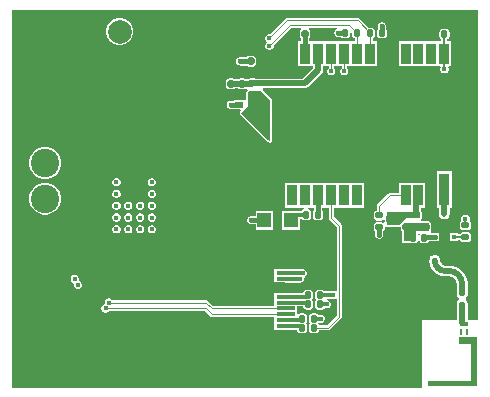
<source format=gtl>
G04*
G04 #@! TF.GenerationSoftware,Altium Limited,Altium Designer,23.3.1 (30)*
G04*
G04 Layer_Physical_Order=1*
G04 Layer_Color=255*
%FSAX44Y44*%
%MOMM*%
G71*
G04*
G04 #@! TF.SameCoordinates,EEB403B8-57DA-4B53-8A1C-A64ED6DC22F4*
G04*
G04*
G04 #@! TF.FilePolarity,Positive*
G04*
G01*
G75*
%ADD11C,0.2000*%
%ADD16R,0.8000X0.3500*%
%ADD17R,0.2600X0.5000*%
%ADD18R,0.8500X1.8000*%
%ADD19R,1.1500X1.3000*%
G04:AMPARAMS|DCode=20|XSize=0.6mm|YSize=0.55mm|CornerRadius=0.1375mm|HoleSize=0mm|Usage=FLASHONLY|Rotation=180.000|XOffset=0mm|YOffset=0mm|HoleType=Round|Shape=RoundedRectangle|*
%AMROUNDEDRECTD20*
21,1,0.6000,0.2750,0,0,180.0*
21,1,0.3250,0.5500,0,0,180.0*
1,1,0.2750,-0.1625,0.1375*
1,1,0.2750,0.1625,0.1375*
1,1,0.2750,0.1625,-0.1375*
1,1,0.2750,-0.1625,-0.1375*
%
%ADD20ROUNDEDRECTD20*%
G04:AMPARAMS|DCode=21|XSize=0.95mm|YSize=0.95mm|CornerRadius=0.2375mm|HoleSize=0mm|Usage=FLASHONLY|Rotation=0.000|XOffset=0mm|YOffset=0mm|HoleType=Round|Shape=RoundedRectangle|*
%AMROUNDEDRECTD21*
21,1,0.9500,0.4750,0,0,0.0*
21,1,0.4750,0.9500,0,0,0.0*
1,1,0.4750,0.2375,-0.2375*
1,1,0.4750,-0.2375,-0.2375*
1,1,0.4750,-0.2375,0.2375*
1,1,0.4750,0.2375,0.2375*
%
%ADD21ROUNDEDRECTD21*%
G04:AMPARAMS|DCode=22|XSize=0.6mm|YSize=0.6mm|CornerRadius=0.15mm|HoleSize=0mm|Usage=FLASHONLY|Rotation=90.000|XOffset=0mm|YOffset=0mm|HoleType=Round|Shape=RoundedRectangle|*
%AMROUNDEDRECTD22*
21,1,0.6000,0.3000,0,0,90.0*
21,1,0.3000,0.6000,0,0,90.0*
1,1,0.3000,0.1500,0.1500*
1,1,0.3000,0.1500,-0.1500*
1,1,0.3000,-0.1500,-0.1500*
1,1,0.3000,-0.1500,0.1500*
%
%ADD22ROUNDEDRECTD22*%
G04:AMPARAMS|DCode=23|XSize=0.6mm|YSize=0.55mm|CornerRadius=0.1375mm|HoleSize=0mm|Usage=FLASHONLY|Rotation=270.000|XOffset=0mm|YOffset=0mm|HoleType=Round|Shape=RoundedRectangle|*
%AMROUNDEDRECTD23*
21,1,0.6000,0.2750,0,0,270.0*
21,1,0.3250,0.5500,0,0,270.0*
1,1,0.2750,-0.1375,-0.1625*
1,1,0.2750,-0.1375,0.1625*
1,1,0.2750,0.1375,0.1625*
1,1,0.2750,0.1375,-0.1625*
%
%ADD23ROUNDEDRECTD23*%
%ADD24R,1.0500X2.2000*%
%ADD25R,0.8500X1.0500*%
G04:AMPARAMS|DCode=26|XSize=0.6mm|YSize=0.6mm|CornerRadius=0.15mm|HoleSize=0mm|Usage=FLASHONLY|Rotation=180.000|XOffset=0mm|YOffset=0mm|HoleType=Round|Shape=RoundedRectangle|*
%AMROUNDEDRECTD26*
21,1,0.6000,0.3000,0,0,180.0*
21,1,0.3000,0.6000,0,0,180.0*
1,1,0.3000,-0.1500,0.1500*
1,1,0.3000,0.1500,0.1500*
1,1,0.3000,0.1500,-0.1500*
1,1,0.3000,-0.1500,-0.1500*
%
%ADD26ROUNDEDRECTD26*%
G04:AMPARAMS|DCode=27|XSize=0.5mm|YSize=0.6mm|CornerRadius=0.125mm|HoleSize=0mm|Usage=FLASHONLY|Rotation=180.000|XOffset=0mm|YOffset=0mm|HoleType=Round|Shape=RoundedRectangle|*
%AMROUNDEDRECTD27*
21,1,0.5000,0.3500,0,0,180.0*
21,1,0.2500,0.6000,0,0,180.0*
1,1,0.2500,-0.1250,0.1750*
1,1,0.2500,0.1250,0.1750*
1,1,0.2500,0.1250,-0.1750*
1,1,0.2500,-0.1250,-0.1750*
%
%ADD27ROUNDEDRECTD27*%
%ADD28R,0.3600X0.3400*%
%ADD29R,4.1000X1.7000*%
G04:AMPARAMS|DCode=30|XSize=0.5mm|YSize=0.55mm|CornerRadius=0.125mm|HoleSize=0mm|Usage=FLASHONLY|Rotation=180.000|XOffset=0mm|YOffset=0mm|HoleType=Round|Shape=RoundedRectangle|*
%AMROUNDEDRECTD30*
21,1,0.5000,0.3000,0,0,180.0*
21,1,0.2500,0.5500,0,0,180.0*
1,1,0.2500,-0.1250,0.1500*
1,1,0.2500,0.1250,0.1500*
1,1,0.2500,0.1250,-0.1500*
1,1,0.2500,-0.1250,-0.1500*
%
%ADD30ROUNDEDRECTD30*%
%ADD31R,3.1200X2.2400*%
%ADD32R,1.6000X0.3000*%
%ADD33R,0.7000X0.5000*%
%ADD34C,0.5000*%
%ADD57R,1.0000X1.0000*%
%ADD58C,0.1250*%
%ADD59C,0.4000*%
%ADD60C,0.3000*%
%ADD61C,2.4000*%
%ADD62C,2.0000*%
%ADD63C,0.4000*%
G36*
X00651451Y00314000D02*
X00642588D01*
Y00326499D01*
X00642564Y00326622D01*
Y00327999D01*
X00642311Y00329267D01*
X00641593Y00330342D01*
X00640918Y00330794D01*
X00640886Y00330884D01*
Y00332114D01*
X00640918Y00332205D01*
X00641593Y00332656D01*
X00642311Y00333731D01*
X00642564Y00334999D01*
Y00336376D01*
X00642588Y00336499D01*
Y00344171D01*
X00642604Y00344250D01*
X00642578Y00344379D01*
X00642587Y00344509D01*
X00642564Y00344686D01*
Y00346000D01*
X00642311Y00347268D01*
X00642257Y00347349D01*
X00642179Y00347607D01*
X00642123Y00348034D01*
X00642039Y00348280D01*
X00641989Y00348535D01*
X00641649Y00349355D01*
X00641389Y00350210D01*
X00640968Y00350999D01*
X00640628Y00351819D01*
X00640484Y00352035D01*
X00640369Y00352268D01*
X00640107Y00352609D01*
X00639950Y00352903D01*
X00638898Y00354185D01*
X00638205Y00355088D01*
X00638033Y00355239D01*
X00638013Y00355263D01*
X00637989Y00355283D01*
X00637838Y00355455D01*
X00636935Y00356148D01*
X00635653Y00357200D01*
X00635359Y00357357D01*
X00635018Y00357619D01*
X00634785Y00357734D01*
X00634569Y00357878D01*
X00633749Y00358218D01*
X00632960Y00358639D01*
X00632105Y00358899D01*
X00631285Y00359239D01*
X00631030Y00359289D01*
X00630784Y00359373D01*
X00630358Y00359429D01*
X00630039Y00359526D01*
X00628387Y00359688D01*
X00627259Y00359837D01*
X00627129Y00359828D01*
X00627000Y00359854D01*
X00626921Y00359838D01*
X00623700D01*
X00623595Y00359817D01*
X00622034Y00360128D01*
X00620621Y00361072D01*
X00619678Y00362484D01*
X00619355Y00364109D01*
X00619388Y00364150D01*
X00619388D01*
X00619039Y00365906D01*
X00618600Y00366563D01*
Y00367850D01*
X00617362D01*
X00616556Y00368389D01*
X00614800Y00368738D01*
X00613044Y00368389D01*
X00612238Y00367850D01*
X00611000D01*
Y00366563D01*
X00610561Y00365906D01*
X00610336Y00364774D01*
X00610282Y00364664D01*
X00610266Y00364423D01*
X00610212Y00364150D01*
X00610184D01*
X00610645Y00360652D01*
X00611995Y00357392D01*
X00614143Y00354593D01*
X00616942Y00352445D01*
X00620202Y00351095D01*
X00623700Y00350634D01*
Y00350662D01*
X00627000D01*
X00627087Y00350679D01*
X00627804Y00350585D01*
X00628937Y00350360D01*
X00629951Y00349939D01*
X00630911Y00349298D01*
X00631554Y00348804D01*
X00632048Y00348161D01*
X00632690Y00347201D01*
X00633110Y00346187D01*
X00633335Y00345054D01*
X00633429Y00344337D01*
X00633412Y00344250D01*
Y00336499D01*
X00633436Y00336376D01*
Y00334999D01*
X00633689Y00333731D01*
X00634407Y00332656D01*
X00635082Y00332205D01*
X00635114Y00332114D01*
Y00330884D01*
X00635082Y00330794D01*
X00634407Y00330342D01*
X00633689Y00329267D01*
X00633436Y00327999D01*
Y00326622D01*
X00633412Y00326499D01*
Y00314000D01*
X00604000D01*
Y00262500D01*
Y00256549D01*
X00256549D01*
Y00576451D01*
X00651451D01*
Y00314000D01*
D02*
G37*
G36*
X00650750Y00257500D02*
X00609000D01*
Y00262500D01*
X00645750D01*
Y00293750D01*
X00635000D01*
Y00299500D01*
X00650750D01*
Y00257500D01*
D02*
G37*
%LPC*%
G36*
X00570000Y00565819D02*
X00569655Y00565750D01*
X00569304D01*
X00568979Y00565616D01*
X00568634Y00565547D01*
X00568342Y00565352D01*
X00568017Y00565217D01*
X00567769Y00564969D01*
X00567477Y00564773D01*
X00567281Y00564481D01*
X00567033Y00564233D01*
X00566898Y00563908D01*
X00566703Y00563616D01*
X00566634Y00563271D01*
X00566500Y00562946D01*
Y00562595D01*
X00566431Y00562250D01*
Y00560267D01*
X00565917Y00559497D01*
X00565694Y00558375D01*
Y00555125D01*
X00565917Y00554003D01*
X00566552Y00553052D01*
X00567503Y00552417D01*
X00568625Y00552194D01*
X00571375D01*
X00572497Y00552417D01*
X00573448Y00553052D01*
X00574083Y00554003D01*
X00574306Y00555125D01*
Y00558375D01*
X00574083Y00559497D01*
X00573569Y00560267D01*
Y00562250D01*
X00573500Y00562595D01*
Y00562946D01*
X00573366Y00563271D01*
X00573297Y00563616D01*
X00573102Y00563908D01*
X00572967Y00564233D01*
X00572719Y00564481D01*
X00572523Y00564773D01*
X00572231Y00564969D01*
X00571983Y00565217D01*
X00571658Y00565352D01*
X00571366Y00565547D01*
X00571021Y00565616D01*
X00570696Y00565750D01*
X00570345D01*
X00570000Y00565819D01*
D02*
G37*
G36*
X00349514Y00569500D02*
X00346486D01*
X00343561Y00568716D01*
X00340939Y00567202D01*
X00338798Y00565061D01*
X00337284Y00562439D01*
X00336500Y00559514D01*
Y00556486D01*
X00337284Y00553561D01*
X00338798Y00550939D01*
X00340939Y00548798D01*
X00343561Y00547284D01*
X00346486Y00546500D01*
X00349514D01*
X00352439Y00547284D01*
X00355061Y00548798D01*
X00357202Y00550939D01*
X00358716Y00553561D01*
X00359500Y00556486D01*
Y00559514D01*
X00358716Y00562439D01*
X00357202Y00565061D01*
X00355061Y00567202D01*
X00352439Y00568716D01*
X00349514Y00569500D01*
D02*
G37*
G36*
X00460500Y00537309D02*
X00457500D01*
X00456329Y00537076D01*
X00455337Y00536413D01*
X00455274Y00536319D01*
X00450000D01*
X00449655Y00536250D01*
X00449304D01*
X00448979Y00536115D01*
X00448634Y00536047D01*
X00448342Y00535852D01*
X00448017Y00535717D01*
X00447769Y00535469D01*
X00447477Y00535273D01*
X00447281Y00534981D01*
X00447033Y00534733D01*
X00446898Y00534408D01*
X00446703Y00534116D01*
X00446634Y00533771D01*
X00446500Y00533446D01*
Y00533095D01*
X00446431Y00532750D01*
X00446500Y00532405D01*
Y00532054D01*
X00446634Y00531729D01*
X00446703Y00531384D01*
X00446898Y00531092D01*
X00447033Y00530767D01*
X00447281Y00530519D01*
X00447477Y00530227D01*
X00447769Y00530031D01*
X00448017Y00529783D01*
X00448342Y00529648D01*
X00448634Y00529453D01*
X00448979Y00529384D01*
X00449304Y00529250D01*
X00449655D01*
X00450000Y00529181D01*
X00455274D01*
X00455337Y00529087D01*
X00456329Y00528424D01*
X00457500Y00528191D01*
X00460500D01*
X00461670Y00528424D01*
X00462663Y00529087D01*
X00463326Y00530079D01*
X00463559Y00531250D01*
Y00534250D01*
X00463326Y00535420D01*
X00462663Y00536413D01*
X00461670Y00537076D01*
X00460500Y00537309D01*
D02*
G37*
G36*
X00624375Y00560306D02*
X00621625D01*
X00620503Y00560083D01*
X00619552Y00559448D01*
X00618917Y00558497D01*
X00618694Y00557375D01*
Y00554125D01*
X00618917Y00553003D01*
X00619552Y00552052D01*
X00620451Y00551452D01*
Y00549750D01*
X00584250D01*
Y00528750D01*
X00619081D01*
X00619187Y00528664D01*
X00619825Y00527480D01*
X00619500Y00526696D01*
Y00525304D01*
X00620033Y00524017D01*
X00621017Y00523033D01*
X00622304Y00522500D01*
X00623696D01*
X00624983Y00523033D01*
X00625967Y00524017D01*
X00626500Y00525304D01*
Y00526696D01*
X00626175Y00527480D01*
X00626813Y00528664D01*
X00626919Y00528750D01*
X00628750D01*
Y00549750D01*
X00625549D01*
Y00551452D01*
X00626448Y00552052D01*
X00627083Y00553003D01*
X00627306Y00554125D01*
Y00557375D01*
X00627083Y00558497D01*
X00626448Y00559448D01*
X00625497Y00560083D01*
X00624375Y00560306D01*
D02*
G37*
G36*
X00549500Y00569667D02*
X00490034D01*
X00489204Y00569502D01*
X00488502Y00569032D01*
X00475220Y00555750D01*
X00474087D01*
X00472801Y00555217D01*
X00471816Y00554233D01*
X00471284Y00552946D01*
Y00551554D01*
X00471816Y00550267D01*
X00472254Y00549830D01*
X00472662Y00549000D01*
X00472254Y00548170D01*
X00471816Y00547733D01*
X00471284Y00546446D01*
Y00545054D01*
X00471816Y00543767D01*
X00472801Y00542783D01*
X00474087Y00542250D01*
X00475480D01*
X00476766Y00542783D01*
X00477751Y00543767D01*
X00478284Y00545054D01*
Y00546186D01*
X00493431Y00561333D01*
X00501392D01*
X00501777Y00560063D01*
X00501337Y00559770D01*
X00500674Y00558777D01*
X00500441Y00557607D01*
Y00554607D01*
X00500674Y00553436D01*
X00501337Y00552444D01*
X00501431Y00552381D01*
Y00549750D01*
X00499250D01*
Y00528750D01*
X00511922D01*
Y00527189D01*
X00502811Y00518078D01*
X00463129D01*
X00463122Y00518083D01*
X00462000Y00518306D01*
X00458750D01*
X00457628Y00518083D01*
X00457491Y00517991D01*
X00454285D01*
X00454045Y00518152D01*
X00452874Y00518385D01*
X00449874D01*
X00448704Y00518152D01*
X00448333Y00517904D01*
X00445540D01*
X00445170Y00518152D01*
X00443999Y00518385D01*
X00440999D01*
X00439829Y00518152D01*
X00438836Y00517489D01*
X00438173Y00516497D01*
X00437940Y00515326D01*
Y00512326D01*
X00438173Y00511156D01*
X00438836Y00510163D01*
X00439829Y00509500D01*
X00440999Y00509267D01*
X00443999D01*
X00445170Y00509500D01*
X00445540Y00509748D01*
X00448333D01*
X00448704Y00509500D01*
X00449874Y00509267D01*
X00452874D01*
X00454045Y00509500D01*
X00454546Y00509835D01*
X00455924D01*
X00456168Y00509352D01*
X00456314Y00508565D01*
X00455727Y00507978D01*
X00455251Y00506830D01*
Y00500907D01*
X00454375Y00500000D01*
X00444375D01*
Y00499569D01*
X00442000D01*
X00441655Y00499500D01*
X00441304D01*
X00440979Y00499366D01*
X00440634Y00499297D01*
X00440342Y00499102D01*
X00440017Y00498967D01*
X00439769Y00498719D01*
X00439477Y00498523D01*
X00439281Y00498231D01*
X00439033Y00497983D01*
X00438898Y00497658D01*
X00438703Y00497366D01*
X00438634Y00497021D01*
X00438500Y00496696D01*
Y00496345D01*
X00438432Y00496000D01*
X00438500Y00495655D01*
Y00495304D01*
X00438634Y00494979D01*
X00438703Y00494634D01*
X00438898Y00494342D01*
X00439033Y00494017D01*
X00439281Y00493769D01*
X00439477Y00493477D01*
X00439769Y00493281D01*
X00440017Y00493033D01*
X00440342Y00492898D01*
X00440634Y00492703D01*
X00440979Y00492635D01*
X00441304Y00492500D01*
X00441655D01*
X00442000Y00492431D01*
X00444375D01*
Y00492000D01*
X00449920D01*
X00450406Y00490827D01*
X00449977Y00490398D01*
X00449501Y00489250D01*
X00449977Y00488102D01*
X00472804Y00465275D01*
X00473977Y00464102D01*
X00475125Y00463626D01*
X00476273Y00464102D01*
X00476749Y00465250D01*
Y00489250D01*
Y00500375D01*
X00476273Y00501523D01*
X00469145Y00508652D01*
X00469179Y00509035D01*
X00469510Y00509922D01*
X00504500D01*
X00504500Y00509922D01*
X00506061Y00510232D01*
X00507384Y00511116D01*
X00518884Y00522616D01*
X00518884Y00522616D01*
X00519768Y00523939D01*
X00520078Y00525500D01*
Y00528750D01*
X00524833D01*
Y00527033D01*
X00524033Y00526233D01*
X00523500Y00524946D01*
Y00523554D01*
X00524033Y00522267D01*
X00525017Y00521283D01*
X00526304Y00520750D01*
X00527696D01*
X00528983Y00521283D01*
X00529967Y00522267D01*
X00530500Y00523554D01*
Y00524946D01*
X00529967Y00526233D01*
X00529167Y00527033D01*
Y00528750D01*
X00535833D01*
Y00527033D01*
X00535033Y00526233D01*
X00534500Y00524946D01*
Y00523554D01*
X00535033Y00522267D01*
X00536017Y00521283D01*
X00537304Y00520750D01*
X00538696D01*
X00539983Y00521283D01*
X00540967Y00522267D01*
X00541500Y00523554D01*
Y00524946D01*
X00540967Y00526233D01*
X00540167Y00527033D01*
Y00528750D01*
X00565750D01*
Y00549750D01*
X00562167D01*
Y00552351D01*
X00562497Y00552417D01*
X00563448Y00553052D01*
X00564083Y00554003D01*
X00564306Y00555125D01*
Y00558375D01*
X00564083Y00559497D01*
X00563448Y00560448D01*
X00562497Y00561083D01*
X00561375Y00561306D01*
X00558758D01*
X00551032Y00569032D01*
X00550329Y00569502D01*
X00549500Y00569667D01*
D02*
G37*
G36*
X00286777Y00460000D02*
X00283223D01*
X00279789Y00459080D01*
X00276711Y00457303D01*
X00274197Y00454789D01*
X00272420Y00451711D01*
X00271500Y00448277D01*
Y00444723D01*
X00272420Y00441289D01*
X00274197Y00438211D01*
X00276711Y00435697D01*
X00279789Y00433920D01*
X00283223Y00433000D01*
X00286777D01*
X00290211Y00433920D01*
X00293289Y00435697D01*
X00295803Y00438211D01*
X00297580Y00441289D01*
X00298500Y00444723D01*
Y00448277D01*
X00297580Y00451711D01*
X00295803Y00454789D01*
X00293289Y00457303D01*
X00290211Y00459080D01*
X00286777Y00460000D01*
D02*
G37*
G36*
X00375946Y00434000D02*
X00374554D01*
X00373267Y00433467D01*
X00372283Y00432483D01*
X00371750Y00431196D01*
Y00429804D01*
X00372283Y00428517D01*
X00373267Y00427533D01*
X00374554Y00427000D01*
X00375946D01*
X00377233Y00427533D01*
X00378217Y00428517D01*
X00378750Y00429804D01*
Y00431196D01*
X00378217Y00432483D01*
X00377233Y00433467D01*
X00375946Y00434000D01*
D02*
G37*
G36*
X00345946D02*
X00344554D01*
X00343267Y00433467D01*
X00342283Y00432483D01*
X00341750Y00431196D01*
Y00429804D01*
X00342283Y00428517D01*
X00343267Y00427533D01*
X00344554Y00427000D01*
X00345946D01*
X00347233Y00427533D01*
X00348217Y00428517D01*
X00348750Y00429804D01*
Y00431196D01*
X00348217Y00432483D01*
X00347233Y00433467D01*
X00345946Y00434000D01*
D02*
G37*
G36*
X00375946Y00424000D02*
X00374554D01*
X00373267Y00423467D01*
X00372283Y00422483D01*
X00371750Y00421196D01*
Y00419804D01*
X00372283Y00418517D01*
X00373267Y00417533D01*
X00374554Y00417000D01*
X00375946D01*
X00377233Y00417533D01*
X00378217Y00418517D01*
X00378750Y00419804D01*
Y00421196D01*
X00378217Y00422483D01*
X00377233Y00423467D01*
X00375946Y00424000D01*
D02*
G37*
G36*
X00345946D02*
X00344554D01*
X00343267Y00423467D01*
X00342283Y00422483D01*
X00341750Y00421196D01*
Y00419804D01*
X00342283Y00418517D01*
X00343267Y00417533D01*
X00344554Y00417000D01*
X00345946D01*
X00347233Y00417533D01*
X00348217Y00418517D01*
X00348750Y00419804D01*
Y00421196D01*
X00348217Y00422483D01*
X00347233Y00423467D01*
X00345946Y00424000D01*
D02*
G37*
G36*
X00375946Y00414000D02*
X00374554D01*
X00373267Y00413467D01*
X00372283Y00412483D01*
X00371750Y00411196D01*
Y00409804D01*
X00372283Y00408517D01*
X00373267Y00407533D01*
X00374554Y00407000D01*
X00375946D01*
X00377233Y00407533D01*
X00378217Y00408517D01*
X00378750Y00409804D01*
Y00411196D01*
X00378217Y00412483D01*
X00377233Y00413467D01*
X00375946Y00414000D01*
D02*
G37*
G36*
X00365946D02*
X00364554D01*
X00363267Y00413467D01*
X00362283Y00412483D01*
X00361750Y00411196D01*
Y00409804D01*
X00362283Y00408517D01*
X00363267Y00407533D01*
X00364554Y00407000D01*
X00365946D01*
X00367233Y00407533D01*
X00368217Y00408517D01*
X00368750Y00409804D01*
Y00411196D01*
X00368217Y00412483D01*
X00367233Y00413467D01*
X00365946Y00414000D01*
D02*
G37*
G36*
X00355946D02*
X00354554D01*
X00353267Y00413467D01*
X00352283Y00412483D01*
X00351750Y00411196D01*
Y00409804D01*
X00352283Y00408517D01*
X00353267Y00407533D01*
X00354554Y00407000D01*
X00355946D01*
X00357233Y00407533D01*
X00358217Y00408517D01*
X00358750Y00409804D01*
Y00411196D01*
X00358217Y00412483D01*
X00357233Y00413467D01*
X00355946Y00414000D01*
D02*
G37*
G36*
X00345946D02*
X00344554D01*
X00343267Y00413467D01*
X00342283Y00412483D01*
X00341750Y00411196D01*
Y00409804D01*
X00342283Y00408517D01*
X00343267Y00407533D01*
X00344554Y00407000D01*
X00345946D01*
X00347233Y00407533D01*
X00348217Y00408517D01*
X00348750Y00409804D01*
Y00411196D01*
X00348217Y00412483D01*
X00347233Y00413467D01*
X00345946Y00414000D01*
D02*
G37*
G36*
X00286777Y00430000D02*
X00283223D01*
X00279789Y00429080D01*
X00276711Y00427303D01*
X00274197Y00424789D01*
X00272420Y00421711D01*
X00271500Y00418277D01*
Y00414723D01*
X00272420Y00411289D01*
X00274197Y00408211D01*
X00276711Y00405697D01*
X00279789Y00403920D01*
X00283223Y00403000D01*
X00286777D01*
X00290211Y00403920D01*
X00293289Y00405697D01*
X00295803Y00408211D01*
X00297580Y00411289D01*
X00298500Y00414723D01*
Y00418277D01*
X00297580Y00421711D01*
X00295803Y00424789D01*
X00293289Y00427303D01*
X00290211Y00429080D01*
X00286777Y00430000D01*
D02*
G37*
G36*
X00629250Y00439750D02*
X00616750D01*
Y00425250D01*
Y00408250D01*
X00618412D01*
Y00403750D01*
X00618761Y00401994D01*
X00619200Y00401337D01*
Y00400050D01*
X00620438D01*
X00621244Y00399511D01*
X00623000Y00399162D01*
X00624756Y00399511D01*
X00625562Y00400050D01*
X00626800D01*
Y00401337D01*
X00627239Y00401994D01*
X00627588Y00403750D01*
Y00408250D01*
X00629250D01*
Y00425250D01*
Y00439750D01*
D02*
G37*
G36*
X00375946Y00404000D02*
X00374554D01*
X00373267Y00403467D01*
X00372283Y00402483D01*
X00371750Y00401196D01*
Y00399804D01*
X00372283Y00398517D01*
X00373267Y00397533D01*
X00374554Y00397000D01*
X00375946D01*
X00377233Y00397533D01*
X00378217Y00398517D01*
X00378750Y00399804D01*
Y00401196D01*
X00378217Y00402483D01*
X00377233Y00403467D01*
X00375946Y00404000D01*
D02*
G37*
G36*
X00365946D02*
X00364554D01*
X00363267Y00403467D01*
X00362283Y00402483D01*
X00361750Y00401196D01*
Y00399804D01*
X00362283Y00398517D01*
X00363267Y00397533D01*
X00364554Y00397000D01*
X00365946D01*
X00367233Y00397533D01*
X00368217Y00398517D01*
X00368750Y00399804D01*
Y00401196D01*
X00368217Y00402483D01*
X00367233Y00403467D01*
X00365946Y00404000D01*
D02*
G37*
G36*
X00355946D02*
X00354554D01*
X00353267Y00403467D01*
X00352283Y00402483D01*
X00351750Y00401196D01*
Y00399804D01*
X00352283Y00398517D01*
X00353267Y00397533D01*
X00354554Y00397000D01*
X00355946D01*
X00357233Y00397533D01*
X00358217Y00398517D01*
X00358750Y00399804D01*
Y00401196D01*
X00358217Y00402483D01*
X00357233Y00403467D01*
X00355946Y00404000D01*
D02*
G37*
G36*
X00345946D02*
X00344554D01*
X00343267Y00403467D01*
X00342283Y00402483D01*
X00341750Y00401196D01*
Y00399804D01*
X00342283Y00398517D01*
X00343267Y00397533D01*
X00344554Y00397000D01*
X00345946D01*
X00347233Y00397533D01*
X00348217Y00398517D01*
X00348750Y00399804D01*
Y00401196D01*
X00348217Y00402483D01*
X00347233Y00403467D01*
X00345946Y00404000D01*
D02*
G37*
G36*
X00606750Y00429750D02*
X00584250D01*
Y00421417D01*
X00576750D01*
X00575921Y00421252D01*
X00575218Y00420782D01*
X00566217Y00411781D01*
X00565747Y00411078D01*
X00565582Y00410249D01*
Y00406449D01*
X00565002Y00406333D01*
X00564051Y00405698D01*
X00563416Y00404747D01*
X00563192Y00403625D01*
Y00400875D01*
X00563416Y00399753D01*
X00564051Y00398802D01*
X00565002Y00398167D01*
X00566124Y00397944D01*
X00569374D01*
X00570495Y00398167D01*
X00571106Y00398575D01*
X00572226Y00398140D01*
X00572376Y00398012D01*
Y00396488D01*
X00572226Y00396359D01*
X00571106Y00395925D01*
X00570495Y00396333D01*
X00569374Y00396556D01*
X00566124D01*
X00565002Y00396333D01*
X00564051Y00395698D01*
X00563416Y00394747D01*
X00563192Y00393625D01*
Y00390875D01*
X00563416Y00389753D01*
X00564051Y00388802D01*
X00564180Y00388716D01*
Y00386048D01*
X00564249Y00385703D01*
Y00385352D01*
X00564383Y00385027D01*
X00564452Y00384682D01*
X00564647Y00384390D01*
X00564782Y00384065D01*
X00565030Y00383817D01*
X00565225Y00383525D01*
X00565518Y00383329D01*
X00565766Y00383081D01*
X00566091Y00382946D01*
X00566383Y00382751D01*
X00566728Y00382682D01*
X00567053Y00382548D01*
X00567404D01*
X00567749Y00382479D01*
X00568093Y00382548D01*
X00568445D01*
X00568770Y00382682D01*
X00569114Y00382751D01*
X00569407Y00382946D01*
X00569731Y00383081D01*
X00569980Y00383329D01*
X00570272Y00383525D01*
X00570467Y00383817D01*
X00570716Y00384065D01*
X00570850Y00384390D01*
X00571046Y00384682D01*
X00571114Y00385027D01*
X00571249Y00385352D01*
Y00385703D01*
X00571317Y00386048D01*
Y00388716D01*
X00571446Y00388802D01*
X00572082Y00389753D01*
X00572305Y00390875D01*
Y00392244D01*
X00573575Y00393057D01*
X00574000Y00392881D01*
X00585259D01*
X00586194Y00392256D01*
Y00390875D01*
X00586417Y00389753D01*
X00586876Y00389065D01*
Y00380500D01*
X00587352Y00379352D01*
X00588500Y00378876D01*
X00598750D01*
X00599898Y00379352D01*
X00600374Y00380500D01*
Y00387249D01*
X00601387Y00387503D01*
X00601999Y00386370D01*
X00601917Y00386247D01*
X00601694Y00385125D01*
Y00381875D01*
X00601917Y00380753D01*
X00602552Y00379802D01*
X00603503Y00379167D01*
X00604625Y00378944D01*
X00607375D01*
X00608497Y00379167D01*
X00609448Y00379802D01*
X00609835Y00380381D01*
X00614800D01*
X00616166Y00380653D01*
X00616311Y00380750D01*
X00618100D01*
Y00382600D01*
X00618369Y00383950D01*
X00618100Y00385300D01*
Y00387150D01*
X00616311D01*
X00616166Y00387247D01*
X00614800Y00387519D01*
X00611975D01*
X00611330Y00388789D01*
X00611624Y00389500D01*
Y00395674D01*
X00611149Y00396822D01*
X00610001Y00397298D01*
X00603698D01*
X00603445Y00398568D01*
X00603528Y00398602D01*
X00604004Y00399750D01*
Y00405250D01*
X00603528Y00406398D01*
X00603328Y00406481D01*
Y00408750D01*
X00606750D01*
Y00429750D01*
D02*
G37*
G36*
X00477750Y00406250D02*
X00463250D01*
Y00401819D01*
X00459500D01*
X00459155Y00401750D01*
X00458804D01*
X00458479Y00401615D01*
X00458134Y00401547D01*
X00457842Y00401352D01*
X00457517Y00401217D01*
X00457269Y00400969D01*
X00456977Y00400773D01*
X00456781Y00400481D01*
X00456533Y00400233D01*
X00456398Y00399908D01*
X00456203Y00399616D01*
X00456134Y00399271D01*
X00456000Y00398946D01*
Y00398595D01*
X00455931Y00398250D01*
X00456000Y00397905D01*
Y00397554D01*
X00456134Y00397229D01*
X00456203Y00396884D01*
X00456398Y00396592D01*
X00456533Y00396267D01*
X00456781Y00396019D01*
X00456977Y00395727D01*
X00457269Y00395531D01*
X00457517Y00395283D01*
X00457842Y00395148D01*
X00458134Y00394953D01*
X00458479Y00394884D01*
X00458804Y00394750D01*
X00459155D01*
X00459500Y00394681D01*
X00463250D01*
Y00390250D01*
X00477750D01*
Y00406250D01*
D02*
G37*
G36*
X00641446Y00403000D02*
X00640054D01*
X00638767Y00402467D01*
X00637783Y00401483D01*
X00637250Y00400196D01*
Y00398804D01*
X00637663Y00397806D01*
X00637052Y00397398D01*
X00636417Y00396447D01*
X00636194Y00395325D01*
Y00392575D01*
X00636417Y00391453D01*
X00637052Y00390502D01*
X00638003Y00389867D01*
X00639125Y00389644D01*
X00642375D01*
X00643497Y00389867D01*
X00644448Y00390502D01*
X00645083Y00391453D01*
X00645306Y00392575D01*
Y00395325D01*
X00645083Y00396447D01*
X00644448Y00397398D01*
X00643837Y00397806D01*
X00644250Y00398804D01*
Y00400196D01*
X00643717Y00401483D01*
X00642733Y00402467D01*
X00641446Y00403000D01*
D02*
G37*
G36*
X00375946Y00394000D02*
X00374554D01*
X00373267Y00393467D01*
X00372283Y00392483D01*
X00371750Y00391196D01*
Y00389804D01*
X00372283Y00388517D01*
X00373267Y00387533D01*
X00374554Y00387000D01*
X00375946D01*
X00377233Y00387533D01*
X00378217Y00388517D01*
X00378750Y00389804D01*
Y00391196D01*
X00378217Y00392483D01*
X00377233Y00393467D01*
X00375946Y00394000D01*
D02*
G37*
G36*
X00365946D02*
X00364554D01*
X00363267Y00393467D01*
X00362283Y00392483D01*
X00361750Y00391196D01*
Y00389804D01*
X00362283Y00388517D01*
X00363267Y00387533D01*
X00364554Y00387000D01*
X00365946D01*
X00367233Y00387533D01*
X00368217Y00388517D01*
X00368750Y00389804D01*
Y00391196D01*
X00368217Y00392483D01*
X00367233Y00393467D01*
X00365946Y00394000D01*
D02*
G37*
G36*
X00355946D02*
X00354554D01*
X00353267Y00393467D01*
X00352283Y00392483D01*
X00351750Y00391196D01*
Y00389804D01*
X00352283Y00388517D01*
X00353267Y00387533D01*
X00354554Y00387000D01*
X00355946D01*
X00357233Y00387533D01*
X00358217Y00388517D01*
X00358750Y00389804D01*
Y00391196D01*
X00358217Y00392483D01*
X00357233Y00393467D01*
X00355946Y00394000D01*
D02*
G37*
G36*
X00345946D02*
X00344554D01*
X00343267Y00393467D01*
X00342283Y00392483D01*
X00341750Y00391196D01*
Y00389804D01*
X00342283Y00388517D01*
X00343267Y00387533D01*
X00344554Y00387000D01*
X00345946D01*
X00347233Y00387533D01*
X00348217Y00388517D01*
X00348750Y00389804D01*
Y00391196D01*
X00348217Y00392483D01*
X00347233Y00393467D01*
X00345946Y00394000D01*
D02*
G37*
G36*
X00642375Y00388256D02*
X00639125D01*
X00638003Y00388033D01*
X00637052Y00387398D01*
X00636452Y00386499D01*
X00634500D01*
Y00387150D01*
X00627900D01*
Y00380750D01*
X00634500D01*
Y00381401D01*
X00636452D01*
X00637052Y00380502D01*
X00638003Y00379867D01*
X00639125Y00379644D01*
X00642375D01*
X00643497Y00379867D01*
X00644448Y00380502D01*
X00645083Y00381453D01*
X00645306Y00382575D01*
Y00385325D01*
X00645083Y00386447D01*
X00644448Y00387398D01*
X00643497Y00388033D01*
X00642375Y00388256D01*
D02*
G37*
G36*
X00503696Y00357000D02*
X00502304D01*
X00501239Y00356559D01*
X00488550D01*
X00488255Y00356500D01*
X00479050D01*
Y00345500D01*
X00488255D01*
X00488550Y00345441D01*
X00498489D01*
X00499554Y00345000D01*
X00500946D01*
X00502233Y00345533D01*
X00503217Y00346517D01*
X00503750Y00347804D01*
Y00349196D01*
X00504631Y00350387D01*
X00504983Y00350533D01*
X00505967Y00351517D01*
X00506500Y00352804D01*
Y00354196D01*
X00505967Y00355483D01*
X00504983Y00356467D01*
X00503696Y00357000D01*
D02*
G37*
G36*
X00310646Y00352000D02*
X00309254D01*
X00307967Y00351467D01*
X00306983Y00350483D01*
X00306450Y00349196D01*
Y00347804D01*
X00306983Y00346517D01*
X00307967Y00345533D01*
X00308319Y00345387D01*
X00309200Y00344196D01*
Y00342804D01*
X00309733Y00341517D01*
X00310717Y00340533D01*
X00312004Y00340000D01*
X00313396D01*
X00314683Y00340533D01*
X00315667Y00341517D01*
X00316200Y00342804D01*
Y00344196D01*
X00315667Y00345483D01*
X00314683Y00346467D01*
X00314331Y00346613D01*
X00313450Y00347804D01*
Y00349196D01*
X00312917Y00350483D01*
X00311933Y00351467D01*
X00310646Y00352000D01*
D02*
G37*
G36*
X00554750Y00429750D02*
X00488250D01*
Y00408750D01*
X00503866D01*
X00503991Y00407480D01*
X00503253Y00407333D01*
X00502302Y00406698D01*
X00501875Y00406059D01*
X00500250D01*
Y00406250D01*
X00485750D01*
Y00390250D01*
X00500250D01*
Y00399941D01*
X00501875D01*
X00502302Y00399302D01*
X00503253Y00398667D01*
X00504375Y00398444D01*
X00507125D01*
X00508247Y00398667D01*
X00509198Y00399302D01*
X00509833Y00400253D01*
X00510056Y00401375D01*
Y00404625D01*
X00509833Y00405747D01*
X00509198Y00406698D01*
X00508247Y00407333D01*
X00507509Y00407480D01*
X00507634Y00408750D01*
X00512431D01*
Y00406784D01*
X00512302Y00406698D01*
X00511667Y00405747D01*
X00511444Y00404625D01*
Y00401375D01*
X00511667Y00400253D01*
X00512302Y00399302D01*
X00513253Y00398667D01*
X00514375Y00398444D01*
X00517125D01*
X00518247Y00398667D01*
X00519198Y00399302D01*
X00519833Y00400253D01*
X00520056Y00401375D01*
Y00404625D01*
X00519833Y00405747D01*
X00519569Y00406143D01*
Y00408750D01*
X00524833D01*
Y00400500D01*
X00524998Y00399671D01*
X00525468Y00398968D01*
X00531833Y00392603D01*
Y00338662D01*
X00531280Y00338313D01*
X00530563Y00338037D01*
X00529446Y00338500D01*
X00528054D01*
X00526838Y00337996D01*
X00521527D01*
X00521141Y00338573D01*
X00520190Y00339208D01*
X00519069Y00339431D01*
X00516319D01*
X00515197Y00339208D01*
X00514246Y00338573D01*
X00513610Y00337622D01*
X00513387Y00336500D01*
Y00333250D01*
X00513610Y00332128D01*
X00513704Y00331988D01*
X00514164Y00331000D01*
X00513704Y00330012D01*
X00513610Y00329872D01*
X00513387Y00328750D01*
Y00325500D01*
X00513610Y00324378D01*
X00514246Y00323427D01*
X00515197Y00322792D01*
X00516319Y00322569D01*
X00519069D01*
X00520190Y00322792D01*
X00521141Y00323427D01*
X00521524Y00324000D01*
X00522429Y00323625D01*
X00523821D01*
X00525108Y00324158D01*
X00526092Y00325142D01*
X00526625Y00326429D01*
Y00327821D01*
X00526092Y00329108D01*
X00525108Y00330092D01*
X00523821Y00330625D01*
X00523861Y00331879D01*
X00527139D01*
X00528054Y00331500D01*
X00529446D01*
X00530563Y00331963D01*
X00531280Y00331687D01*
X00531833Y00331338D01*
Y00317505D01*
X00523620Y00309292D01*
X00516755D01*
X00516640Y00309872D01*
X00516546Y00310012D01*
X00516264Y00310618D01*
X00516958Y00311673D01*
X00517679Y00311375D01*
X00519071D01*
X00520358Y00311908D01*
X00521342Y00312892D01*
X00521875Y00314179D01*
Y00315571D01*
X00521342Y00316858D01*
X00520358Y00317842D01*
X00519071Y00318375D01*
X00517679D01*
X00516614Y00317934D01*
X00516431D01*
X00516004Y00318573D01*
X00515053Y00319208D01*
X00513931Y00319431D01*
X00511181D01*
X00510060Y00319208D01*
X00509109Y00318573D01*
X00508473Y00317622D01*
X00508250Y00316500D01*
Y00313250D01*
X00508473Y00312128D01*
X00508567Y00311988D01*
X00509026Y00311000D01*
X00508567Y00310012D01*
X00508473Y00309872D01*
X00508250Y00308750D01*
Y00305500D01*
X00508473Y00304378D01*
X00509109Y00303427D01*
X00510060Y00302792D01*
X00511181Y00302569D01*
X00513931D01*
X00515053Y00302792D01*
X00516004Y00303427D01*
X00516640Y00304378D01*
X00516755Y00304958D01*
X00524517D01*
X00525346Y00305123D01*
X00526049Y00305593D01*
X00535532Y00315075D01*
X00536002Y00315778D01*
X00536167Y00316608D01*
Y00393500D01*
X00536002Y00394329D01*
X00535532Y00395032D01*
X00529167Y00401397D01*
Y00408750D01*
X00554750D01*
Y00429750D01*
D02*
G37*
G36*
X00509069Y00339431D02*
X00506319D01*
X00505197Y00339208D01*
X00504246Y00338573D01*
X00503610Y00337622D01*
X00503399Y00336559D01*
X00488550D01*
X00488255Y00336500D01*
X00479050D01*
Y00325667D01*
X00426897D01*
X00422532Y00330032D01*
X00421829Y00330502D01*
X00421000Y00330667D01*
X00341633D01*
X00340833Y00331467D01*
X00339546Y00332000D01*
X00338154D01*
X00336867Y00331467D01*
X00335883Y00330483D01*
X00335350Y00329196D01*
Y00327804D01*
X00334469Y00326613D01*
X00334117Y00326467D01*
X00333133Y00325483D01*
X00332600Y00324196D01*
Y00322804D01*
X00333133Y00321517D01*
X00334117Y00320533D01*
X00335404Y00320000D01*
X00336796D01*
X00338083Y00320533D01*
X00338883Y00321333D01*
X00420103D01*
X00424468Y00316968D01*
X00425171Y00316498D01*
X00426000Y00316333D01*
X00479050D01*
Y00305500D01*
X00488255D01*
X00488550Y00305441D01*
X00498262D01*
X00498473Y00304378D01*
X00499109Y00303427D01*
X00500060Y00302792D01*
X00501181Y00302569D01*
X00503931D01*
X00505053Y00302792D01*
X00506004Y00303427D01*
X00506640Y00304378D01*
X00506863Y00305500D01*
Y00308750D01*
X00506640Y00309872D01*
X00506546Y00310012D01*
X00506087Y00311000D01*
X00506546Y00311988D01*
X00506640Y00312128D01*
X00506863Y00313250D01*
Y00316500D01*
X00506640Y00317622D01*
X00506004Y00318573D01*
X00505053Y00319208D01*
X00503931Y00319431D01*
X00501181D01*
X00500060Y00319208D01*
X00499320Y00318714D01*
X00498535Y00318953D01*
X00498050Y00319274D01*
Y00325441D01*
X00503399D01*
X00503610Y00324378D01*
X00504246Y00323427D01*
X00505197Y00322792D01*
X00506319Y00322569D01*
X00509069D01*
X00510190Y00322792D01*
X00511141Y00323427D01*
X00511777Y00324378D01*
X00512000Y00325500D01*
Y00328750D01*
X00511777Y00329872D01*
X00511683Y00330012D01*
X00511224Y00331000D01*
X00511683Y00331988D01*
X00511777Y00332128D01*
X00512000Y00333250D01*
Y00336500D01*
X00511777Y00337622D01*
X00511141Y00338573D01*
X00510190Y00339208D01*
X00509069Y00339431D01*
D02*
G37*
%LPD*%
G36*
X00531967Y00560063D02*
X00531884Y00560047D01*
X00531592Y00559852D01*
X00531267Y00559717D01*
X00531019Y00559469D01*
X00530727Y00559273D01*
X00530531Y00558981D01*
X00530283Y00558733D01*
X00530148Y00558408D01*
X00529953Y00558116D01*
X00529884Y00557771D01*
X00529750Y00557446D01*
Y00557095D01*
X00529681Y00556750D01*
X00529750Y00556405D01*
Y00556054D01*
X00529884Y00555729D01*
X00529953Y00555384D01*
X00530148Y00555092D01*
X00530283Y00554767D01*
X00530531Y00554519D01*
X00530727Y00554227D01*
X00531019Y00554031D01*
X00531267Y00553783D01*
X00531592Y00553648D01*
X00531884Y00553453D01*
X00532229Y00553385D01*
X00532554Y00553250D01*
X00532905D01*
X00533250Y00553181D01*
X00535466D01*
X00535552Y00553052D01*
X00536503Y00552417D01*
X00537625Y00552194D01*
X00540375D01*
X00541497Y00552417D01*
X00542448Y00553052D01*
X00543083Y00554003D01*
X00543306Y00555125D01*
Y00556433D01*
X00544576Y00557112D01*
X00544694Y00557034D01*
Y00555125D01*
X00544917Y00554003D01*
X00545552Y00553052D01*
X00546503Y00552417D01*
X00546833Y00552351D01*
Y00549750D01*
X00508569D01*
Y00552381D01*
X00508663Y00552444D01*
X00509326Y00553436D01*
X00509559Y00554607D01*
Y00557607D01*
X00509326Y00558777D01*
X00508663Y00559770D01*
X00508223Y00560063D01*
X00508608Y00561333D01*
X00531842D01*
X00531967Y00560063D01*
D02*
G37*
G36*
X00475125Y00500375D02*
Y00489250D01*
Y00465250D01*
X00473952Y00466423D01*
X00451125Y00489250D01*
X00453875Y00492000D01*
X00454375D01*
Y00492500D01*
X00456875Y00495000D01*
Y00506830D01*
X00457628Y00507583D01*
X00467917D01*
X00475125Y00500375D01*
D02*
G37*
G36*
X00602380Y00399750D02*
X00590505D01*
X00587736Y00396981D01*
X00587352Y00396822D01*
X00587193Y00396438D01*
X00585259Y00394504D01*
X00574000D01*
Y00405250D01*
X00602380D01*
Y00399750D01*
D02*
G37*
G36*
X00610001Y00389500D02*
X00598750D01*
Y00380500D01*
X00588500D01*
Y00395674D01*
X00610001D01*
Y00389500D01*
D02*
G37*
D11*
X00631200Y00383950D02*
X00640750D01*
X00623000Y00526000D02*
Y00539250D01*
Y00555750D01*
X00640750Y00393950D02*
Y00399500D01*
D16*
X00639500Y00310250D02*
D03*
Y00297750D02*
D03*
D17*
X00641850Y00304000D02*
D03*
X00637150D02*
D03*
D18*
X00494000Y00539250D02*
D03*
X00505000D02*
D03*
X00516000D02*
D03*
X00527000D02*
D03*
X00538000D02*
D03*
X00590000D02*
D03*
X00601000D02*
D03*
X00612000D02*
D03*
X00623000D02*
D03*
X00634000Y00419250D02*
D03*
Y00539250D02*
D03*
X00623000Y00419250D02*
D03*
X00612000D02*
D03*
X00601000D02*
D03*
X00590000D02*
D03*
X00538000D02*
D03*
X00527000D02*
D03*
X00516000D02*
D03*
X00505000D02*
D03*
X00494000D02*
D03*
X00549000D02*
D03*
X00560000D02*
D03*
X00549000Y00539250D02*
D03*
X00560000D02*
D03*
D19*
X00493000Y00398250D02*
D03*
X00470500D02*
D03*
D20*
X00640750Y00383950D02*
D03*
Y00393950D02*
D03*
X00590750Y00392250D02*
D03*
Y00402250D02*
D03*
X00598750D02*
D03*
Y00392250D02*
D03*
X00567749Y00402250D02*
D03*
Y00392250D02*
D03*
X00460375Y00514000D02*
D03*
Y00504000D02*
D03*
D21*
X00578750Y00399250D02*
D03*
Y00384250D02*
D03*
D22*
X00607000Y00402250D02*
D03*
X00607001Y00392598D02*
D03*
X00451374Y00513826D02*
D03*
X00451375Y00504174D02*
D03*
X00442499Y00513826D02*
D03*
X00442500Y00504174D02*
D03*
X00458999Y00542402D02*
D03*
X00459000Y00532750D02*
D03*
D23*
X00596000Y00383500D02*
D03*
X00606000D02*
D03*
X00623000Y00555750D02*
D03*
X00633000D02*
D03*
X00502556Y00307125D02*
D03*
X00512556D02*
D03*
X00502556Y00314875D02*
D03*
X00512556D02*
D03*
X00539000Y00556750D02*
D03*
X00549000D02*
D03*
X00570000D02*
D03*
X00560000D02*
D03*
X00507694Y00334875D02*
D03*
X00517694D02*
D03*
X00515750Y00403000D02*
D03*
X00505750D02*
D03*
X00517694Y00327125D02*
D03*
X00507694D02*
D03*
D24*
X00637750Y00447750D02*
D03*
X00608250D02*
D03*
D25*
X00623000Y00432500D02*
D03*
D26*
X00628348Y00318749D02*
D03*
Y00344249D02*
D03*
X00514652Y00556107D02*
D03*
X00505000Y00556107D02*
D03*
D27*
X00638000Y00318750D02*
D03*
Y00344250D02*
D03*
D28*
X00614800Y00364150D02*
D03*
Y00383950D02*
D03*
Y00374050D02*
D03*
Y00403750D02*
D03*
Y00390350D02*
D03*
X00623000Y00364150D02*
D03*
X00631200D02*
D03*
Y00383950D02*
D03*
X00623000Y00403750D02*
D03*
X00631200Y00390350D02*
D03*
Y00374050D02*
D03*
Y00403750D02*
D03*
D29*
X00454625Y00443750D02*
D03*
D30*
X00638000Y00326499D02*
D03*
Y00336499D02*
D03*
D31*
X00468750Y00369970D02*
D03*
Y00292030D02*
D03*
D32*
X00488550Y00353500D02*
D03*
Y00348500D02*
D03*
Y00343500D02*
D03*
Y00338500D02*
D03*
Y00333500D02*
D03*
Y00328500D02*
D03*
Y00323500D02*
D03*
Y00318500D02*
D03*
Y00313500D02*
D03*
Y00308500D02*
D03*
D33*
X00460375Y00496000D02*
D03*
X00449375D02*
D03*
D34*
X00638000Y00344250D02*
G03*
X00627000Y00355250I-00011000J00000000D01*
G01*
X00614800Y00364150D02*
G03*
X00623700Y00355250I00008900J00000000D01*
G01*
X00599250Y00417500D02*
X00601000Y00419250D01*
X00599250Y00402500D02*
Y00417500D01*
X00599000Y00402250D02*
X00599250Y00402500D01*
X00598750Y00402250D02*
X00599000D01*
X00623000Y00419250D02*
Y00432500D01*
X00638000Y00336499D02*
Y00344250D01*
X00623700Y00355250D02*
X00627000D01*
X00623000Y00403750D02*
Y00419250D01*
X00436674Y00504174D02*
X00442500D01*
X00451375D01*
X00504500Y00514000D02*
X00516000Y00525500D01*
Y00539250D01*
X00460375Y00514000D02*
X00504500D01*
X00451374Y00513826D02*
X00451374Y00513826D01*
X00442499Y00513826D02*
X00451374D01*
X00451461Y00513913D02*
X00460288D01*
X00451374Y00513826D02*
X00451461Y00513913D01*
X00460288D02*
X00460375Y00514000D01*
X00638000Y00318750D02*
Y00326499D01*
Y00311500D02*
Y00318750D01*
D57*
X00469125Y00483250D02*
D03*
D58*
X00576750Y00419250D02*
X00590000D01*
X00567749Y00410249D02*
X00576750Y00419250D01*
X00567749Y00402250D02*
Y00410249D01*
X00490034Y00567500D02*
X00549500D01*
X00474784Y00552250D02*
X00490034Y00567500D01*
X00527000Y00524250D02*
Y00539250D01*
X00538000Y00524250D02*
Y00539250D01*
X00524517Y00307125D02*
X00534000Y00316608D01*
X00527000Y00400500D02*
Y00419250D01*
Y00400500D02*
X00534000Y00393500D01*
Y00316608D02*
Y00393500D01*
X00426000Y00323500D02*
X00488550D01*
X00421000Y00328500D02*
X00426000Y00323500D01*
X00338850Y00328500D02*
X00421000D01*
X00336100Y00323500D02*
X00421000D01*
X00426000Y00318500D01*
X00488550D01*
X00512556Y00307125D02*
X00524517D01*
X00492534Y00563500D02*
X00542500D01*
X00474784Y00545750D02*
X00492534Y00563500D01*
X00560000Y00556750D02*
Y00557000D01*
X00549500Y00567500D02*
X00560000Y00557000D01*
X00549000Y00556750D02*
Y00557000D01*
X00542500Y00563500D02*
X00549000Y00557000D01*
Y00539250D02*
Y00556750D01*
X00560000Y00539250D02*
Y00556750D01*
D59*
X00608250Y00447750D02*
Y00461500D01*
X00634000Y00419250D02*
Y00431500D01*
X00612000Y00419250D02*
Y00431500D01*
X00567749Y00386048D02*
Y00392298D01*
X00560000Y00419250D02*
Y00433000D01*
X00606000Y00383950D02*
X00614800D01*
X00579652Y00375957D02*
Y00384254D01*
X00449999Y00542402D02*
X00458999D01*
X00634000Y00526750D02*
Y00539250D01*
X00633000Y00555750D02*
Y00562250D01*
X00494000Y00525250D02*
Y00539250D01*
X00505000D02*
Y00556107D01*
X00514652Y00556107D02*
X00520393D01*
X00442000Y00496000D02*
X00449375D01*
X00459500Y00398250D02*
X00470500D01*
X00516000Y00403000D02*
Y00419250D01*
X00515750Y00403000D02*
X00516000D01*
X00450000Y00532750D02*
X00459000D01*
X00570000Y00556750D02*
Y00562250D01*
X00533250Y00556750D02*
X00539000D01*
D60*
X00606000Y00383500D02*
Y00383950D01*
X00517694Y00334875D02*
X00517756Y00334938D01*
X00528688D02*
X00528750Y00335000D01*
X00517756Y00334938D02*
X00528688D01*
X00517694Y00327125D02*
X00523125D01*
X00512556Y00314875D02*
X00518375D01*
X00501306Y00308500D02*
X00502556Y00307250D01*
X00488550Y00308500D02*
X00501306D01*
X00502556Y00307125D02*
Y00307250D01*
X00501306Y00313500D02*
X00502556Y00314750D01*
X00488550Y00313500D02*
X00501306D01*
X00502556Y00314750D02*
Y00314875D01*
X00493000Y00398750D02*
X00497250Y00403000D01*
X00505750D01*
X00493000Y00398250D02*
Y00398750D01*
X00488550Y00333500D02*
X00507694D01*
Y00334875D01*
X00488550Y00328500D02*
X00507694D01*
Y00327125D02*
Y00328500D01*
X00488550Y00338500D02*
X00500250D01*
X00488550Y00353500D02*
X00503000D01*
X00488550Y00343500D02*
X00503000D01*
X00488550Y00348500D02*
X00500250D01*
D61*
X00285000Y00446500D02*
D03*
Y00416500D02*
D03*
Y00386500D02*
D03*
D62*
X00378000Y00558000D02*
D03*
X00348000D02*
D03*
D63*
X00608250Y00461500D02*
D03*
X00634000Y00431500D02*
D03*
X00612000D02*
D03*
X00629400Y00374050D02*
D03*
X00623000D02*
D03*
Y00383950D02*
D03*
X00629400Y00392050D02*
D03*
X00616600D02*
D03*
X00608165Y00364360D02*
D03*
X00609300Y00358469D02*
D03*
X00612498Y00353392D02*
D03*
X00617440Y00349989D02*
D03*
X00623280Y00348616D02*
D03*
X00631406Y00336333D02*
D03*
X00631232Y00330459D02*
D03*
X00631373Y00324647D02*
D03*
X00644627Y00320409D02*
D03*
Y00326409D02*
D03*
X00644613Y00331852D02*
D03*
X00644627Y00337916D02*
D03*
X00644628Y00343916D02*
D03*
X00643709Y00349845D02*
D03*
X00640826Y00355107D02*
D03*
X00636420Y00359179D02*
D03*
X00567749Y00386048D02*
D03*
X00560000Y00433000D02*
D03*
X00623000Y00526000D02*
D03*
X00640750Y00399500D02*
D03*
X00579652Y00375957D02*
D03*
X00331500Y00431701D02*
D03*
X00382498Y00493249D02*
D03*
X00403300Y00493500D02*
D03*
X00415000Y00552250D02*
D03*
Y00545750D02*
D03*
Y00539250D02*
D03*
Y00532750D02*
D03*
X00449999Y00542402D02*
D03*
X00634000Y00526750D02*
D03*
X00633000Y00562250D02*
D03*
X00494000Y00525250D02*
D03*
X00505000Y00550366D02*
D03*
X00520393Y00556107D02*
D03*
X00464626Y00438749D02*
D03*
X00454625D02*
D03*
X00444624D02*
D03*
Y00448750D02*
D03*
X00454625D02*
D03*
X00464626D02*
D03*
X00309950Y00338500D02*
D03*
X00312700Y00333500D02*
D03*
Y00343500D02*
D03*
X00309950Y00348500D02*
D03*
X00436674Y00504174D02*
D03*
X00442000Y00496000D02*
D03*
X00528750Y00335000D02*
D03*
X00527000Y00524250D02*
D03*
X00538000D02*
D03*
X00523125Y00327125D02*
D03*
X00375250Y00430500D02*
D03*
Y00420500D02*
D03*
Y00410500D02*
D03*
Y00400500D02*
D03*
Y00390500D02*
D03*
X00365250D02*
D03*
Y00400500D02*
D03*
Y00410500D02*
D03*
X00355250D02*
D03*
Y00400500D02*
D03*
Y00390500D02*
D03*
X00345250D02*
D03*
Y00400500D02*
D03*
Y00410500D02*
D03*
Y00420500D02*
D03*
Y00430500D02*
D03*
X00459500Y00398250D02*
D03*
X00338850Y00328500D02*
D03*
X00336100Y00323500D02*
D03*
X00518375Y00314875D02*
D03*
X00304548Y00483248D02*
D03*
Y00493249D02*
D03*
Y00503250D02*
D03*
X00500250Y00338500D02*
D03*
X00503000Y00353500D02*
D03*
Y00343500D02*
D03*
X00500250Y00348500D02*
D03*
X00450000Y00532750D02*
D03*
X00649451Y00318552D02*
D03*
Y00336405D02*
D03*
Y00324503D02*
D03*
Y00330454D02*
D03*
Y00354258D02*
D03*
Y00342356D02*
D03*
Y00348307D02*
D03*
X00570000Y00562250D02*
D03*
X00533250Y00556750D02*
D03*
X00474784Y00552250D02*
D03*
Y00545750D02*
D03*
X00617972Y00318552D02*
D03*
X00611798D02*
D03*
X00605624D02*
D03*
X00611750Y00260000D02*
D03*
X00617833D02*
D03*
X00623917D02*
D03*
X00630000D02*
D03*
X00636083D02*
D03*
X00642167D02*
D03*
X00648250D02*
D03*
X00648250Y00266300D02*
D03*
Y00272600D02*
D03*
Y00278900D02*
D03*
Y00285200D02*
D03*
Y00291500D02*
D03*
X00649451Y00568500D02*
D03*
Y00556597D02*
D03*
Y00544695D02*
D03*
Y00550646D02*
D03*
Y00532793D02*
D03*
Y00538744D02*
D03*
Y00520891D02*
D03*
Y00526842D02*
D03*
Y00562548D02*
D03*
Y00514939D02*
D03*
Y00366161D02*
D03*
Y00360210D02*
D03*
Y00401868D02*
D03*
Y00395916D02*
D03*
Y00407819D02*
D03*
Y00378063D02*
D03*
Y00372112D02*
D03*
Y00389965D02*
D03*
Y00384014D02*
D03*
Y00437575D02*
D03*
Y00443526D02*
D03*
Y00419721D02*
D03*
Y00413770D02*
D03*
Y00431623D02*
D03*
Y00425672D02*
D03*
Y00479232D02*
D03*
Y00473281D02*
D03*
Y00491135D02*
D03*
Y00485184D02*
D03*
Y00455428D02*
D03*
Y00449477D02*
D03*
Y00467330D02*
D03*
Y00461379D02*
D03*
Y00503037D02*
D03*
Y00497086D02*
D03*
Y00508988D02*
D03*
X00599451Y00318552D02*
D03*
Y00312378D02*
D03*
Y00306397D02*
D03*
Y00276494D02*
D03*
Y00282474D02*
D03*
Y00270513D02*
D03*
Y00288455D02*
D03*
Y00264532D02*
D03*
Y00300416D02*
D03*
Y00294436D02*
D03*
Y00258552D02*
D03*
X00587489Y00258549D02*
D03*
X00593470D02*
D03*
X00649447Y00574451D02*
D03*
X00643524Y00574451D02*
D03*
X00637602D02*
D03*
X00631679D02*
D03*
X00625756D02*
D03*
X00619833D02*
D03*
X00607988D02*
D03*
X00602065D02*
D03*
X00596143D02*
D03*
X00590220D02*
D03*
X00584297D02*
D03*
X00578375D02*
D03*
X00613911D02*
D03*
X00572452D02*
D03*
X00270394D02*
D03*
X00276317D02*
D03*
X00282240D02*
D03*
X00288162D02*
D03*
X00294085D02*
D03*
X00300008D02*
D03*
X00305931D02*
D03*
X00311853D02*
D03*
X00317776D02*
D03*
X00323699D02*
D03*
X00329621D02*
D03*
X00335544D02*
D03*
X00341467D02*
D03*
X00347389D02*
D03*
X00353312D02*
D03*
X00359235D02*
D03*
X00365158D02*
D03*
X00371080D02*
D03*
X00377003D02*
D03*
X00382926D02*
D03*
X00388848D02*
D03*
X00394771D02*
D03*
X00400694D02*
D03*
X00406616D02*
D03*
X00412539D02*
D03*
X00418462D02*
D03*
X00424384D02*
D03*
X00430307D02*
D03*
X00436230D02*
D03*
X00442153D02*
D03*
X00448075D02*
D03*
X00453998D02*
D03*
X00459921D02*
D03*
X00465843D02*
D03*
X00471766D02*
D03*
X00477689D02*
D03*
X00483611D02*
D03*
X00489534D02*
D03*
X00495457D02*
D03*
X00501380D02*
D03*
X00507302D02*
D03*
X00513225D02*
D03*
X00519148D02*
D03*
X00525070D02*
D03*
X00530993D02*
D03*
X00536916D02*
D03*
X00542838D02*
D03*
X00548761D02*
D03*
X00554684D02*
D03*
X00560606D02*
D03*
X00264472D02*
D03*
X00566529D02*
D03*
X00258552Y00264509D02*
D03*
Y00568488D02*
D03*
Y00270470D02*
D03*
Y00276430D02*
D03*
Y00282390D02*
D03*
Y00288351D02*
D03*
Y00294311D02*
D03*
Y00300271D02*
D03*
Y00306232D02*
D03*
Y00312192D02*
D03*
Y00318153D02*
D03*
Y00324113D02*
D03*
Y00330073D02*
D03*
Y00336034D02*
D03*
Y00341994D02*
D03*
Y00347954D02*
D03*
Y00353915D02*
D03*
Y00359875D02*
D03*
Y00365835D02*
D03*
Y00371796D02*
D03*
Y00377756D02*
D03*
Y00383717D02*
D03*
Y00389677D02*
D03*
Y00395637D02*
D03*
Y00401598D02*
D03*
Y00407558D02*
D03*
Y00413518D02*
D03*
Y00419479D02*
D03*
Y00425439D02*
D03*
Y00431399D02*
D03*
Y00437360D02*
D03*
Y00443320D02*
D03*
Y00449281D02*
D03*
Y00455241D02*
D03*
Y00461201D02*
D03*
Y00467162D02*
D03*
Y00473122D02*
D03*
Y00479082D02*
D03*
Y00485043D02*
D03*
Y00491003D02*
D03*
Y00496964D02*
D03*
Y00502924D02*
D03*
Y00508884D02*
D03*
Y00514845D02*
D03*
Y00520805D02*
D03*
Y00526765D02*
D03*
Y00532726D02*
D03*
Y00538686D02*
D03*
Y00544646D02*
D03*
Y00550607D02*
D03*
Y00556567D02*
D03*
Y00562528D02*
D03*
X00258549Y00574448D02*
D03*
X00264532Y00258549D02*
D03*
X00276494D02*
D03*
X00270513D02*
D03*
X00312378D02*
D03*
X00306397D02*
D03*
X00324339D02*
D03*
X00318358D02*
D03*
X00288455D02*
D03*
X00282474D02*
D03*
X00300416D02*
D03*
X00294436D02*
D03*
X00348262D02*
D03*
X00342281D02*
D03*
X00360223D02*
D03*
X00354243D02*
D03*
X00330320D02*
D03*
X00336301D02*
D03*
X00390127D02*
D03*
X00384146D02*
D03*
X00402088D02*
D03*
X00396107D02*
D03*
X00366204D02*
D03*
X00378165D02*
D03*
X00372185D02*
D03*
X00426011D02*
D03*
X00420030D02*
D03*
X00437972D02*
D03*
X00431991D02*
D03*
X00414049D02*
D03*
X00408069D02*
D03*
X00467876D02*
D03*
X00449934D02*
D03*
X00443953D02*
D03*
X00461895D02*
D03*
X00455914D02*
D03*
X00521702D02*
D03*
X00515721D02*
D03*
X00533663D02*
D03*
X00527682D02*
D03*
X00497779D02*
D03*
X00491798D02*
D03*
X00509740D02*
D03*
X00503760D02*
D03*
X00557586D02*
D03*
X00551605D02*
D03*
X00581508D02*
D03*
X00563567D02*
D03*
X00545624D02*
D03*
X00539644D02*
D03*
X00485818D02*
D03*
X00473856D02*
D03*
X00479837D02*
D03*
X00575528D02*
D03*
X00569547D02*
D03*
X00258552D02*
D03*
M02*

</source>
